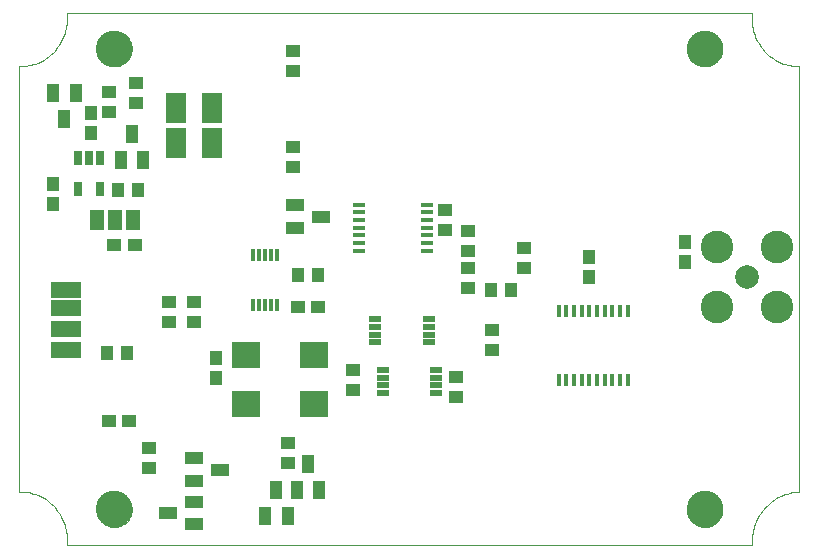
<source format=gbs>
G75*
%MOIN*%
%OFA0B0*%
%FSLAX24Y24*%
%IPPOS*%
%LPD*%
%AMOC8*
5,1,8,0,0,1.08239X$1,22.5*
%
%ADD10R,0.0473X0.0434*%
%ADD11R,0.0434X0.0473*%
%ADD12R,0.0670X0.0985*%
%ADD13R,0.0434X0.0591*%
%ADD14R,0.0591X0.0434*%
%ADD15R,0.0394X0.0178*%
%ADD16R,0.0940X0.0890*%
%ADD17R,0.0500X0.0670*%
%ADD18R,0.0138X0.0434*%
%ADD19R,0.0276X0.0512*%
%ADD20R,0.0160X0.0430*%
%ADD21C,0.0790*%
%ADD22C,0.1090*%
%ADD23C,0.0000*%
%ADD24C,0.1221*%
%ADD25R,0.1040X0.0540*%
%ADD26R,0.0434X0.0197*%
D10*
X005225Y003453D03*
X005225Y004122D03*
X004560Y005037D03*
X003890Y005037D03*
X005912Y008328D03*
X006725Y008328D03*
X006725Y008997D03*
X005912Y008997D03*
X004747Y010912D03*
X004078Y010912D03*
X010037Y013515D03*
X010037Y014185D03*
X010037Y016703D03*
X010037Y017372D03*
X004787Y016310D03*
X004787Y015640D03*
X003912Y015328D03*
X003912Y015997D03*
X010203Y008850D03*
X010872Y008850D03*
X012037Y006747D03*
X012037Y006078D03*
X009850Y004310D03*
X009850Y003640D03*
X015475Y005828D03*
X015475Y006497D03*
X016662Y007390D03*
X016662Y008060D03*
X015850Y009453D03*
X015850Y010122D03*
X015850Y010703D03*
X015850Y011372D03*
X015100Y011390D03*
X015100Y012060D03*
X017725Y010810D03*
X017725Y010140D03*
D11*
X017310Y009412D03*
X016640Y009412D03*
X019912Y009828D03*
X019912Y010497D03*
X023100Y010328D03*
X023100Y010997D03*
X010872Y009912D03*
X010203Y009912D03*
X007475Y007122D03*
X007475Y006453D03*
X004497Y007287D03*
X003828Y007287D03*
X002037Y012265D03*
X002037Y012935D03*
X003287Y014640D03*
X003287Y015310D03*
X004203Y012725D03*
X004872Y012725D03*
D12*
X006134Y014287D03*
X007315Y014287D03*
X007315Y015475D03*
X006134Y015475D03*
D13*
X004662Y014595D03*
X004288Y013729D03*
X005036Y013729D03*
X002412Y015104D03*
X002038Y015970D03*
X002786Y015970D03*
X010537Y003595D03*
X010163Y002729D03*
X010911Y002729D03*
X009849Y001854D03*
X009101Y001854D03*
X009475Y002720D03*
D14*
X007595Y003412D03*
X006729Y003038D03*
X006720Y002349D03*
X005854Y001975D03*
X006720Y001601D03*
X006729Y003786D03*
X010104Y011476D03*
X010970Y011850D03*
X010104Y012224D03*
D15*
X012218Y012243D03*
X012218Y011987D03*
X012218Y011731D03*
X012218Y011475D03*
X012218Y011219D03*
X012218Y010963D03*
X012218Y010707D03*
X014482Y010707D03*
X014482Y010963D03*
X014482Y011219D03*
X014482Y011475D03*
X014482Y011731D03*
X014482Y011987D03*
X014482Y012243D03*
D16*
X010729Y007223D03*
X008471Y007223D03*
X008471Y005602D03*
X010729Y005602D03*
D17*
X004700Y011725D03*
X004100Y011725D03*
X003500Y011725D03*
D18*
X008706Y010557D03*
X008903Y010557D03*
X009100Y010557D03*
X009297Y010557D03*
X009494Y010557D03*
X009494Y008893D03*
X009297Y008893D03*
X009100Y008893D03*
X008903Y008893D03*
X008706Y008893D03*
D19*
X003599Y012773D03*
X002851Y012773D03*
X002851Y013802D03*
X003225Y013802D03*
X003599Y013802D03*
D20*
X018880Y008686D03*
X019136Y008686D03*
X019392Y008686D03*
X019648Y008686D03*
X019904Y008686D03*
X020159Y008686D03*
X020415Y008686D03*
X020671Y008686D03*
X020927Y008686D03*
X021183Y008686D03*
X021183Y006389D03*
X020927Y006389D03*
X020671Y006389D03*
X020415Y006389D03*
X020159Y006389D03*
X019904Y006389D03*
X019648Y006389D03*
X019392Y006389D03*
X019136Y006389D03*
X018880Y006389D03*
D21*
X025164Y009838D03*
D22*
X024160Y010841D03*
X026168Y010841D03*
X026168Y008834D03*
X024160Y008834D03*
D23*
X002487Y001109D02*
X002485Y001186D01*
X002479Y001263D01*
X002470Y001340D01*
X002457Y001416D01*
X002440Y001492D01*
X002419Y001566D01*
X002395Y001640D01*
X002367Y001712D01*
X002336Y001782D01*
X002301Y001851D01*
X002263Y001919D01*
X002222Y001984D01*
X002177Y002047D01*
X002129Y002108D01*
X002079Y002167D01*
X002026Y002223D01*
X001970Y002276D01*
X001911Y002326D01*
X001850Y002374D01*
X001787Y002419D01*
X001722Y002460D01*
X001654Y002498D01*
X001585Y002533D01*
X001515Y002564D01*
X001443Y002592D01*
X001369Y002616D01*
X001295Y002637D01*
X001219Y002654D01*
X001143Y002667D01*
X001066Y002676D01*
X000989Y002682D01*
X000912Y002684D01*
X000912Y016857D01*
X000989Y016859D01*
X001066Y016865D01*
X001143Y016874D01*
X001219Y016887D01*
X001295Y016904D01*
X001369Y016925D01*
X001443Y016949D01*
X001515Y016977D01*
X001585Y017008D01*
X001654Y017043D01*
X001722Y017081D01*
X001787Y017122D01*
X001850Y017167D01*
X001911Y017215D01*
X001970Y017265D01*
X002026Y017318D01*
X002079Y017374D01*
X002129Y017433D01*
X002177Y017494D01*
X002222Y017557D01*
X002263Y017622D01*
X002301Y017690D01*
X002336Y017759D01*
X002367Y017829D01*
X002395Y017901D01*
X002419Y017975D01*
X002440Y018049D01*
X002457Y018125D01*
X002470Y018201D01*
X002479Y018278D01*
X002485Y018355D01*
X002487Y018432D01*
X002487Y018629D01*
X025322Y018629D01*
X025322Y018432D01*
X023156Y017448D02*
X023158Y017496D01*
X023164Y017544D01*
X023174Y017591D01*
X023187Y017637D01*
X023205Y017682D01*
X023225Y017726D01*
X023250Y017768D01*
X023278Y017807D01*
X023308Y017844D01*
X023342Y017878D01*
X023379Y017910D01*
X023417Y017939D01*
X023458Y017964D01*
X023501Y017986D01*
X023546Y018004D01*
X023592Y018018D01*
X023639Y018029D01*
X023687Y018036D01*
X023735Y018039D01*
X023783Y018038D01*
X023831Y018033D01*
X023879Y018024D01*
X023925Y018012D01*
X023970Y017995D01*
X024014Y017975D01*
X024056Y017952D01*
X024096Y017925D01*
X024134Y017895D01*
X024169Y017862D01*
X024201Y017826D01*
X024231Y017788D01*
X024257Y017747D01*
X024279Y017704D01*
X024299Y017660D01*
X024314Y017615D01*
X024326Y017568D01*
X024334Y017520D01*
X024338Y017472D01*
X024338Y017424D01*
X024334Y017376D01*
X024326Y017328D01*
X024314Y017281D01*
X024299Y017236D01*
X024279Y017192D01*
X024257Y017149D01*
X024231Y017108D01*
X024201Y017070D01*
X024169Y017034D01*
X024134Y017001D01*
X024096Y016971D01*
X024056Y016944D01*
X024014Y016921D01*
X023970Y016901D01*
X023925Y016884D01*
X023879Y016872D01*
X023831Y016863D01*
X023783Y016858D01*
X023735Y016857D01*
X023687Y016860D01*
X023639Y016867D01*
X023592Y016878D01*
X023546Y016892D01*
X023501Y016910D01*
X023458Y016932D01*
X023417Y016957D01*
X023379Y016986D01*
X023342Y017018D01*
X023308Y017052D01*
X023278Y017089D01*
X023250Y017128D01*
X023225Y017170D01*
X023205Y017214D01*
X023187Y017259D01*
X023174Y017305D01*
X023164Y017352D01*
X023158Y017400D01*
X023156Y017448D01*
X026897Y016857D02*
X026897Y002684D01*
X026817Y002678D01*
X026738Y002667D01*
X026659Y002653D01*
X026582Y002635D01*
X026505Y002614D01*
X026429Y002589D01*
X026355Y002560D01*
X026282Y002528D01*
X026210Y002492D01*
X026141Y002453D01*
X026073Y002411D01*
X026008Y002365D01*
X025944Y002317D01*
X025883Y002265D01*
X025825Y002211D01*
X025769Y002154D01*
X025716Y002094D01*
X025666Y002032D01*
X025619Y001968D01*
X025575Y001901D01*
X025534Y001833D01*
X025497Y001762D01*
X025463Y001690D01*
X025432Y001617D01*
X025405Y001541D01*
X025382Y001465D01*
X025362Y001388D01*
X025346Y001310D01*
X025334Y001231D01*
X025325Y001152D01*
X025320Y001072D01*
X025319Y000992D01*
X025322Y000913D01*
X025322Y000912D02*
X002487Y000912D01*
X002487Y001109D01*
X003471Y002094D02*
X003473Y002142D01*
X003479Y002190D01*
X003489Y002237D01*
X003502Y002283D01*
X003520Y002328D01*
X003540Y002372D01*
X003565Y002414D01*
X003593Y002453D01*
X003623Y002490D01*
X003657Y002524D01*
X003694Y002556D01*
X003732Y002585D01*
X003773Y002610D01*
X003816Y002632D01*
X003861Y002650D01*
X003907Y002664D01*
X003954Y002675D01*
X004002Y002682D01*
X004050Y002685D01*
X004098Y002684D01*
X004146Y002679D01*
X004194Y002670D01*
X004240Y002658D01*
X004285Y002641D01*
X004329Y002621D01*
X004371Y002598D01*
X004411Y002571D01*
X004449Y002541D01*
X004484Y002508D01*
X004516Y002472D01*
X004546Y002434D01*
X004572Y002393D01*
X004594Y002350D01*
X004614Y002306D01*
X004629Y002261D01*
X004641Y002214D01*
X004649Y002166D01*
X004653Y002118D01*
X004653Y002070D01*
X004649Y002022D01*
X004641Y001974D01*
X004629Y001927D01*
X004614Y001882D01*
X004594Y001838D01*
X004572Y001795D01*
X004546Y001754D01*
X004516Y001716D01*
X004484Y001680D01*
X004449Y001647D01*
X004411Y001617D01*
X004371Y001590D01*
X004329Y001567D01*
X004285Y001547D01*
X004240Y001530D01*
X004194Y001518D01*
X004146Y001509D01*
X004098Y001504D01*
X004050Y001503D01*
X004002Y001506D01*
X003954Y001513D01*
X003907Y001524D01*
X003861Y001538D01*
X003816Y001556D01*
X003773Y001578D01*
X003732Y001603D01*
X003694Y001632D01*
X003657Y001664D01*
X003623Y001698D01*
X003593Y001735D01*
X003565Y001774D01*
X003540Y001816D01*
X003520Y001860D01*
X003502Y001905D01*
X003489Y001951D01*
X003479Y001998D01*
X003473Y002046D01*
X003471Y002094D01*
X023156Y002094D02*
X023158Y002142D01*
X023164Y002190D01*
X023174Y002237D01*
X023187Y002283D01*
X023205Y002328D01*
X023225Y002372D01*
X023250Y002414D01*
X023278Y002453D01*
X023308Y002490D01*
X023342Y002524D01*
X023379Y002556D01*
X023417Y002585D01*
X023458Y002610D01*
X023501Y002632D01*
X023546Y002650D01*
X023592Y002664D01*
X023639Y002675D01*
X023687Y002682D01*
X023735Y002685D01*
X023783Y002684D01*
X023831Y002679D01*
X023879Y002670D01*
X023925Y002658D01*
X023970Y002641D01*
X024014Y002621D01*
X024056Y002598D01*
X024096Y002571D01*
X024134Y002541D01*
X024169Y002508D01*
X024201Y002472D01*
X024231Y002434D01*
X024257Y002393D01*
X024279Y002350D01*
X024299Y002306D01*
X024314Y002261D01*
X024326Y002214D01*
X024334Y002166D01*
X024338Y002118D01*
X024338Y002070D01*
X024334Y002022D01*
X024326Y001974D01*
X024314Y001927D01*
X024299Y001882D01*
X024279Y001838D01*
X024257Y001795D01*
X024231Y001754D01*
X024201Y001716D01*
X024169Y001680D01*
X024134Y001647D01*
X024096Y001617D01*
X024056Y001590D01*
X024014Y001567D01*
X023970Y001547D01*
X023925Y001530D01*
X023879Y001518D01*
X023831Y001509D01*
X023783Y001504D01*
X023735Y001503D01*
X023687Y001506D01*
X023639Y001513D01*
X023592Y001524D01*
X023546Y001538D01*
X023501Y001556D01*
X023458Y001578D01*
X023417Y001603D01*
X023379Y001632D01*
X023342Y001664D01*
X023308Y001698D01*
X023278Y001735D01*
X023250Y001774D01*
X023225Y001816D01*
X023205Y001860D01*
X023187Y001905D01*
X023174Y001951D01*
X023164Y001998D01*
X023158Y002046D01*
X023156Y002094D01*
X003471Y017448D02*
X003473Y017496D01*
X003479Y017544D01*
X003489Y017591D01*
X003502Y017637D01*
X003520Y017682D01*
X003540Y017726D01*
X003565Y017768D01*
X003593Y017807D01*
X003623Y017844D01*
X003657Y017878D01*
X003694Y017910D01*
X003732Y017939D01*
X003773Y017964D01*
X003816Y017986D01*
X003861Y018004D01*
X003907Y018018D01*
X003954Y018029D01*
X004002Y018036D01*
X004050Y018039D01*
X004098Y018038D01*
X004146Y018033D01*
X004194Y018024D01*
X004240Y018012D01*
X004285Y017995D01*
X004329Y017975D01*
X004371Y017952D01*
X004411Y017925D01*
X004449Y017895D01*
X004484Y017862D01*
X004516Y017826D01*
X004546Y017788D01*
X004572Y017747D01*
X004594Y017704D01*
X004614Y017660D01*
X004629Y017615D01*
X004641Y017568D01*
X004649Y017520D01*
X004653Y017472D01*
X004653Y017424D01*
X004649Y017376D01*
X004641Y017328D01*
X004629Y017281D01*
X004614Y017236D01*
X004594Y017192D01*
X004572Y017149D01*
X004546Y017108D01*
X004516Y017070D01*
X004484Y017034D01*
X004449Y017001D01*
X004411Y016971D01*
X004371Y016944D01*
X004329Y016921D01*
X004285Y016901D01*
X004240Y016884D01*
X004194Y016872D01*
X004146Y016863D01*
X004098Y016858D01*
X004050Y016857D01*
X004002Y016860D01*
X003954Y016867D01*
X003907Y016878D01*
X003861Y016892D01*
X003816Y016910D01*
X003773Y016932D01*
X003732Y016957D01*
X003694Y016986D01*
X003657Y017018D01*
X003623Y017052D01*
X003593Y017089D01*
X003565Y017128D01*
X003540Y017170D01*
X003520Y017214D01*
X003502Y017259D01*
X003489Y017305D01*
X003479Y017352D01*
X003473Y017400D01*
X003471Y017448D01*
X025322Y018432D02*
X025324Y018355D01*
X025330Y018278D01*
X025339Y018201D01*
X025352Y018125D01*
X025369Y018049D01*
X025390Y017975D01*
X025414Y017901D01*
X025442Y017829D01*
X025473Y017759D01*
X025508Y017690D01*
X025546Y017622D01*
X025587Y017557D01*
X025632Y017494D01*
X025680Y017433D01*
X025730Y017374D01*
X025783Y017318D01*
X025839Y017265D01*
X025898Y017215D01*
X025959Y017167D01*
X026022Y017122D01*
X026087Y017081D01*
X026155Y017043D01*
X026224Y017008D01*
X026294Y016977D01*
X026366Y016949D01*
X026440Y016925D01*
X026514Y016904D01*
X026590Y016887D01*
X026666Y016874D01*
X026743Y016865D01*
X026820Y016859D01*
X026897Y016857D01*
D24*
X023747Y017448D03*
X004062Y017448D03*
X004062Y002094D03*
X023747Y002094D03*
D25*
X002475Y007412D03*
X002475Y008100D03*
X002475Y008787D03*
X002475Y009412D03*
D26*
X012771Y008421D03*
X012771Y008165D03*
X012771Y007909D03*
X012771Y007653D03*
X013022Y006734D03*
X013022Y006478D03*
X013022Y006222D03*
X013022Y005966D03*
X014803Y005966D03*
X014803Y006222D03*
X014803Y006478D03*
X014803Y006734D03*
X014553Y007653D03*
X014553Y007909D03*
X014553Y008165D03*
X014553Y008421D03*
M02*

</source>
